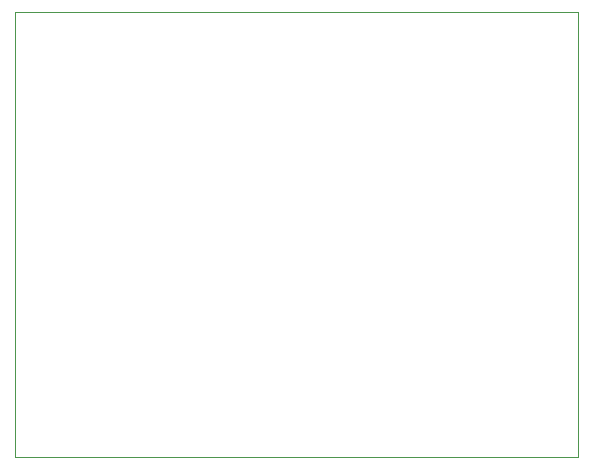
<source format=gbr>
%TF.GenerationSoftware,KiCad,Pcbnew,7.0.2-0*%
%TF.CreationDate,2023-05-10T21:03:08+08:00*%
%TF.ProjectId,LM317_supply_module,4c4d3331-375f-4737-9570-706c795f6d6f,rev?*%
%TF.SameCoordinates,Original*%
%TF.FileFunction,Profile,NP*%
%FSLAX46Y46*%
G04 Gerber Fmt 4.6, Leading zero omitted, Abs format (unit mm)*
G04 Created by KiCad (PCBNEW 7.0.2-0) date 2023-05-10 21:03:08*
%MOMM*%
%LPD*%
G01*
G04 APERTURE LIST*
%TA.AperFunction,Profile*%
%ADD10C,0.100000*%
%TD*%
G04 APERTURE END LIST*
D10*
X177730000Y-119850000D02*
X225430000Y-119850000D01*
X225430000Y-157550000D01*
X177730000Y-157550000D01*
X177730000Y-119850000D01*
M02*

</source>
